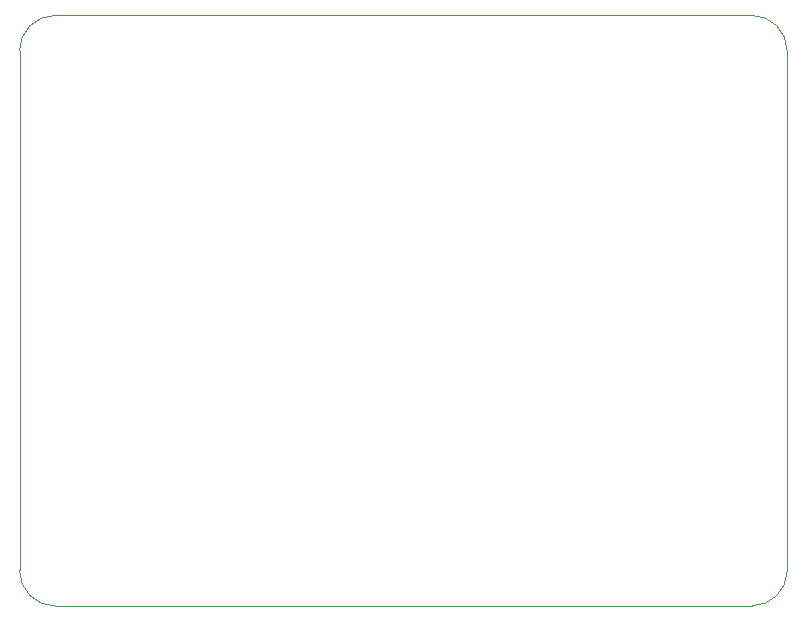
<source format=gbr>
G04 #@! TF.GenerationSoftware,KiCad,Pcbnew,(5.1.5-0)*
G04 #@! TF.CreationDate,2020-12-17T20:40:07-08:00*
G04 #@! TF.ProjectId,Luminometer_ADC_concept,4c756d69-6e6f-46d6-9574-65725f414443,rev?*
G04 #@! TF.SameCoordinates,Original*
G04 #@! TF.FileFunction,Profile,NP*
%FSLAX46Y46*%
G04 Gerber Fmt 4.6, Leading zero omitted, Abs format (unit mm)*
G04 Created by KiCad (PCBNEW (5.1.5-0)) date 2020-12-17 20:40:07*
%MOMM*%
%LPD*%
G04 APERTURE LIST*
%ADD10C,0.050000*%
G04 APERTURE END LIST*
D10*
X118000000Y-130000000D02*
G75*
G02X115000000Y-127000000I0J3000000D01*
G01*
X180000000Y-127000000D02*
G75*
G02X177000000Y-130000000I-3000000J0D01*
G01*
X177000000Y-80000000D02*
G75*
G02X180000000Y-83000000I0J-3000000D01*
G01*
X115000000Y-83000000D02*
G75*
G02X118000000Y-80000000I3000000J0D01*
G01*
X177000000Y-80000000D02*
X118000000Y-80000000D01*
X180000000Y-83000000D02*
X180000000Y-127000000D01*
X115000000Y-127000000D02*
X115000000Y-83000000D01*
X177000000Y-130000000D02*
X118000000Y-130000000D01*
M02*

</source>
